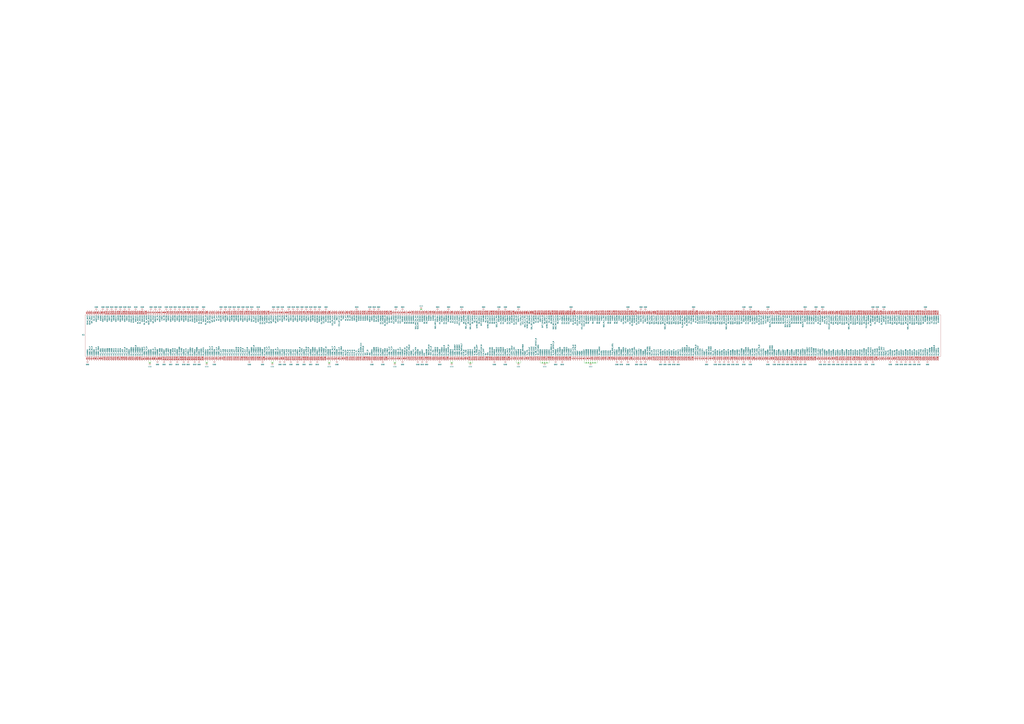
<source format=kicad_sch>
(kicad_sch (version 20211123) (generator eeschema)

  (uuid 8eea7483-42f3-4a35-8541-7f3f683463f6)

  (paper "A0")

  (title_block
    (title "PatekBoard - MPU")
    (date "2022-05-01")
    (rev "0.1")
    (company "Pátek - zájmový kroužek, z.s.")
  )

  

  (junction (at 685.8 421.64) (diameter 0) (color 0 0 0 0)
    (uuid 1ecb5455-fca0-4d59-9c33-ae2b95f0604b)
  )
  (junction (at 688.34 421.64) (diameter 0) (color 0 0 0 0)
    (uuid 254bd294-8b71-469e-bab2-1ec75529aaa7)
  )
  (junction (at 382.27 421.64) (diameter 0) (color 0 0 0 0)
    (uuid 2995e9b7-8c13-4c1a-8bc8-22441d2e231d)
  )
  (junction (at 635 421.64) (diameter 0) (color 0 0 0 0)
    (uuid 345c736e-1dce-44d1-b005-cf2e84936c05)
  )
  (junction (at 629.92 421.64) (diameter 0) (color 0 0 0 0)
    (uuid 3f9eb0bb-1a45-4f89-a47c-629c82b65690)
  )
  (junction (at 680.72 421.64) (diameter 0) (color 0 0 0 0)
    (uuid 4b671f07-6b04-49e5-83e4-3d7aca1859fa)
  )
  (junction (at 173.99 421.64) (diameter 0) (color 0 0 0 0)
    (uuid 53bd3dcf-7a08-41dd-8b06-6b103459afab)
  )
  (junction (at 546.1 421.64) (diameter 0) (color 0 0 0 0)
    (uuid 6e83b69a-5db4-4dad-8f84-715f7f46f457)
  )
  (junction (at 488.95 359.41) (diameter 0) (color 0 0 0 0)
    (uuid 6f1cb7ff-f455-4877-88ca-20400e585520)
  )
  (junction (at 690.88 421.64) (diameter 0) (color 0 0 0 0)
    (uuid 8981ed6b-173c-43e1-830f-1c938b081d9e)
  )
  (junction (at 524.51 421.64) (diameter 0) (color 0 0 0 0)
    (uuid 9aec27dd-065b-43ec-b717-1fbb5e4f6d1e)
  )
  (junction (at 601.98 421.64) (diameter 0) (color 0 0 0 0)
    (uuid a02da5d4-2c9b-4cef-9232-3ab16943b476)
  )
  (junction (at 458.47 421.64) (diameter 0) (color 0 0 0 0)
    (uuid ce591ebd-9057-4ef6-9e08-88697f90f266)
  )
  (junction (at 632.46 421.64) (diameter 0) (color 0 0 0 0)
    (uuid d2863878-c417-4b6b-8d50-26e42ce3cb8c)
  )
  (junction (at 683.26 421.64) (diameter 0) (color 0 0 0 0)
    (uuid d737739e-8efe-4bb2-8d26-58345d9f5fb8)
  )
  (junction (at 240.03 421.64) (diameter 0) (color 0 0 0 0)
    (uuid e09cfa57-005a-4c62-9f84-90bcea65919a)
  )
  (junction (at 316.23 421.64) (diameter 0) (color 0 0 0 0)
    (uuid e3eea7ca-d777-496e-b920-2596556fe23c)
  )

  (wire (pts (xy 172.72 421.64) (xy 173.99 421.64))
    (stroke (width 0) (type default) (color 0 0 0 0))
    (uuid 02320ff4-4a71-46a7-9efd-4de9d0d61a3c)
  )
  (wire (pts (xy 172.72 419.1) (xy 172.72 421.64))
    (stroke (width 0) (type default) (color 0 0 0 0))
    (uuid 0a6da94b-d488-41c6-ba14-65763d1b36b1)
  )
  (wire (pts (xy 317.5 421.64) (xy 316.23 421.64))
    (stroke (width 0) (type default) (color 0 0 0 0))
    (uuid 0bcf2fd2-436f-4e6d-a1e7-81554b514e06)
  )
  (wire (pts (xy 314.96 419.1) (xy 314.96 421.64))
    (stroke (width 0) (type default) (color 0 0 0 0))
    (uuid 0e82bc35-2209-4c49-aa68-76e84a2038a6)
  )
  (wire (pts (xy 546.1 419.1) (xy 546.1 421.64))
    (stroke (width 0) (type default) (color 0 0 0 0))
    (uuid 0f8b14a1-1475-4951-8c8c-eec4467fd9f1)
  )
  (wire (pts (xy 635 421.64) (xy 637.54 421.64))
    (stroke (width 0) (type default) (color 0 0 0 0))
    (uuid 0feec7e9-7b6b-4be6-be60-620bb85dadd7)
  )
  (wire (pts (xy 487.68 359.41) (xy 488.95 359.41))
    (stroke (width 0) (type default) (color 0 0 0 0))
    (uuid 15c556c9-8a9e-4115-aa99-f5187925c2d4)
  )
  (wire (pts (xy 317.5 419.1) (xy 317.5 421.64))
    (stroke (width 0) (type default) (color 0 0 0 0))
    (uuid 1dcdbd8d-ff1e-4974-bade-59f823c9a902)
  )
  (wire (pts (xy 690.88 421.64) (xy 693.42 421.64))
    (stroke (width 0) (type default) (color 0 0 0 0))
    (uuid 1f5952ba-9fb6-4fcd-b347-c166c011622d)
  )
  (wire (pts (xy 601.98 421.64) (xy 604.52 421.64))
    (stroke (width 0) (type default) (color 0 0 0 0))
    (uuid 1fa42c2c-32be-414a-80a6-f65ab1e9d1c7)
  )
  (wire (pts (xy 629.92 419.1) (xy 629.92 421.64))
    (stroke (width 0) (type default) (color 0 0 0 0))
    (uuid 23b252b2-77a0-49f1-8131-af1990e8edf3)
  )
  (wire (pts (xy 632.46 421.64) (xy 635 421.64))
    (stroke (width 0) (type default) (color 0 0 0 0))
    (uuid 2a44b3eb-d2a6-462a-9e10-8b82da72d4a7)
  )
  (wire (pts (xy 685.8 421.64) (xy 688.34 421.64))
    (stroke (width 0) (type default) (color 0 0 0 0))
    (uuid 307b9376-3582-4710-91bb-34b511890912)
  )
  (wire (pts (xy 241.3 419.1) (xy 241.3 421.64))
    (stroke (width 0) (type default) (color 0 0 0 0))
    (uuid 388e76f2-5c3c-476a-abdb-7bb570c386fb)
  )
  (wire (pts (xy 525.78 421.64) (xy 524.51 421.64))
    (stroke (width 0) (type default) (color 0 0 0 0))
    (uuid 3a3164e9-401a-4e50-bee1-a12717def846)
  )
  (wire (pts (xy 629.92 421.64) (xy 632.46 421.64))
    (stroke (width 0) (type default) (color 0 0 0 0))
    (uuid 40757d4e-0933-4fdc-bd6a-8e6fc7b5523f)
  )
  (wire (pts (xy 627.38 421.64) (xy 629.92 421.64))
    (stroke (width 0) (type default) (color 0 0 0 0))
    (uuid 494e5eb1-7f70-43f3-9605-bd716c371be9)
  )
  (wire (pts (xy 238.76 421.64) (xy 240.03 421.64))
    (stroke (width 0) (type default) (color 0 0 0 0))
    (uuid 4d2a5be0-a08d-4c6c-82bd-0d89093f9d70)
  )
  (wire (pts (xy 688.34 419.1) (xy 688.34 421.64))
    (stroke (width 0) (type default) (color 0 0 0 0))
    (uuid 503a787b-7c8c-4da2-9e50-6b7b67c11e3b)
  )
  (wire (pts (xy 637.54 419.1) (xy 637.54 421.64))
    (stroke (width 0) (type default) (color 0 0 0 0))
    (uuid 50d8e014-4c19-4cda-935a-b4563e033acd)
  )
  (wire (pts (xy 523.24 421.64) (xy 524.51 421.64))
    (stroke (width 0) (type default) (color 0 0 0 0))
    (uuid 514d8ee7-cdfe-4ab0-b680-3f971aa3a0be)
  )
  (wire (pts (xy 525.78 419.1) (xy 525.78 421.64))
    (stroke (width 0) (type default) (color 0 0 0 0))
    (uuid 53c3f9ae-2d25-48e4-83d8-cd0edbbeddcc)
  )
  (wire (pts (xy 690.88 419.1) (xy 690.88 421.64))
    (stroke (width 0) (type default) (color 0 0 0 0))
    (uuid 54a91355-a483-4762-82d3-383fb82f2790)
  )
  (wire (pts (xy 693.42 419.1) (xy 693.42 421.64))
    (stroke (width 0) (type default) (color 0 0 0 0))
    (uuid 56bec9b0-62b7-4987-b961-df7ca5c8d756)
  )
  (wire (pts (xy 601.98 419.1) (xy 601.98 421.64))
    (stroke (width 0) (type default) (color 0 0 0 0))
    (uuid 596572b1-f385-4f3a-8bca-7190f60a01ee)
  )
  (wire (pts (xy 490.22 359.41) (xy 488.95 359.41))
    (stroke (width 0) (type default) (color 0 0 0 0))
    (uuid 64b70785-7347-4340-978a-4b920ab4843f)
  )
  (wire (pts (xy 175.26 421.64) (xy 173.99 421.64))
    (stroke (width 0) (type default) (color 0 0 0 0))
    (uuid 6c4ba191-0037-4589-8079-fe5a02117bff)
  )
  (wire (pts (xy 175.26 419.1) (xy 175.26 421.64))
    (stroke (width 0) (type default) (color 0 0 0 0))
    (uuid 79726bce-5ee7-414b-9079-597ad61bb09f)
  )
  (wire (pts (xy 543.56 419.1) (xy 543.56 421.64))
    (stroke (width 0) (type default) (color 0 0 0 0))
    (uuid 7ab5703a-8e14-4286-806c-a4ccb6548a6d)
  )
  (wire (pts (xy 457.2 419.1) (xy 457.2 421.64))
    (stroke (width 0) (type default) (color 0 0 0 0))
    (uuid 80334192-c636-4abf-b6ec-50d509d4026d)
  )
  (wire (pts (xy 457.2 421.64) (xy 458.47 421.64))
    (stroke (width 0) (type default) (color 0 0 0 0))
    (uuid 8be7a883-3e3e-493d-8cf2-561e0f4851cd)
  )
  (wire (pts (xy 548.64 419.1) (xy 548.64 421.64))
    (stroke (width 0) (type default) (color 0 0 0 0))
    (uuid 8c679a2d-7639-4bad-af78-6e8df7d13ea6)
  )
  (wire (pts (xy 604.52 419.1) (xy 604.52 421.64))
    (stroke (width 0) (type default) (color 0 0 0 0))
    (uuid 9293fdb8-c524-434a-b747-a989290eec92)
  )
  (wire (pts (xy 487.68 360.68) (xy 487.68 359.41))
    (stroke (width 0) (type default) (color 0 0 0 0))
    (uuid 98108e54-707a-4220-b52f-d817d3b690bf)
  )
  (wire (pts (xy 683.26 421.64) (xy 685.8 421.64))
    (stroke (width 0) (type default) (color 0 0 0 0))
    (uuid 9e027e4b-5332-49b5-b3f8-f6f25e59e791)
  )
  (wire (pts (xy 548.64 421.64) (xy 546.1 421.64))
    (stroke (width 0) (type default) (color 0 0 0 0))
    (uuid a68714fd-d122-4fb1-9196-7ac7940eaddf)
  )
  (wire (pts (xy 680.72 421.64) (xy 683.26 421.64))
    (stroke (width 0) (type default) (color 0 0 0 0))
    (uuid abf6fca4-e2bd-48fe-8b86-5a8b468edd40)
  )
  (wire (pts (xy 635 419.1) (xy 635 421.64))
    (stroke (width 0) (type default) (color 0 0 0 0))
    (uuid ae4fed7d-9a3f-467a-a6b3-6a311f3d2af0)
  )
  (wire (pts (xy 543.56 421.64) (xy 546.1 421.64))
    (stroke (width 0) (type default) (color 0 0 0 0))
    (uuid b1d3c28e-5cb0-4a9c-b307-0e68c5955721)
  )
  (wire (pts (xy 678.18 421.64) (xy 680.72 421.64))
    (stroke (width 0) (type default) (color 0 0 0 0))
    (uuid b50b49d4-698a-4692-99bc-e7070316b6d2)
  )
  (wire (pts (xy 238.76 419.1) (xy 238.76 421.64))
    (stroke (width 0) (type default) (color 0 0 0 0))
    (uuid b8b92234-ebba-4b99-8d4f-41512f107b1a)
  )
  (wire (pts (xy 490.22 360.68) (xy 490.22 359.41))
    (stroke (width 0) (type default) (color 0 0 0 0))
    (uuid b9b29d5a-e4ee-4eb7-889d-692a6157ab25)
  )
  (wire (pts (xy 523.24 419.1) (xy 523.24 421.64))
    (stroke (width 0) (type default) (color 0 0 0 0))
    (uuid c0b931f9-8a67-4a50-a3e7-aa304a58784d)
  )
  (wire (pts (xy 381 419.1) (xy 381 421.64))
    (stroke (width 0) (type default) (color 0 0 0 0))
    (uuid c6696c09-7da3-40b5-bde1-f80992d24150)
  )
  (wire (pts (xy 459.74 421.64) (xy 458.47 421.64))
    (stroke (width 0) (type default) (color 0 0 0 0))
    (uuid c73e8b86-5e31-483c-ad67-103b02731e71)
  )
  (wire (pts (xy 627.38 419.1) (xy 627.38 421.64))
    (stroke (width 0) (type default) (color 0 0 0 0))
    (uuid c84dd9de-c927-4d7d-8ec2-8c2856fe9a57)
  )
  (wire (pts (xy 688.34 421.64) (xy 690.88 421.64))
    (stroke (width 0) (type default) (color 0 0 0 0))
    (uuid c8af18d6-7924-48a8-9363-cc085538cc6a)
  )
  (wire (pts (xy 680.72 419.1) (xy 680.72 421.64))
    (stroke (width 0) (type default) (color 0 0 0 0))
    (uuid c9544b4a-17a6-41df-8983-7a68804857e1)
  )
  (wire (pts (xy 599.44 421.64) (xy 601.98 421.64))
    (stroke (width 0) (type default) (color 0 0 0 0))
    (uuid ce5bf97e-ca22-4882-9710-035f3c6e5dcf)
  )
  (wire (pts (xy 685.8 419.1) (xy 685.8 421.64))
    (stroke (width 0) (type default) (color 0 0 0 0))
    (uuid dbbf88a7-5273-481c-9e85-8473c96ac27e)
  )
  (wire (pts (xy 599.44 419.1) (xy 599.44 421.64))
    (stroke (width 0) (type default) (color 0 0 0 0))
    (uuid dc0213f5-5f37-488a-88f8-907fe7a542bd)
  )
  (wire (pts (xy 678.18 419.1) (xy 678.18 421.64))
    (stroke (width 0) (type default) (color 0 0 0 0))
    (uuid e29fde4e-c031-4d72-b324-1387a2c598c5)
  )
  (wire (pts (xy 459.74 419.1) (xy 459.74 421.64))
    (stroke (width 0) (type default) (color 0 0 0 0))
    (uuid e93d8952-c6de-407d-a898-081aeb18d475)
  )
  (wire (pts (xy 632.46 419.1) (xy 632.46 421.64))
    (stroke (width 0) (type default) (color 0 0 0 0))
    (uuid eae94845-7b37-4d76-9c7b-86f594f1be80)
  )
  (wire (pts (xy 314.96 421.64) (xy 316.23 421.64))
    (stroke (width 0) (type default) (color 0 0 0 0))
    (uuid ed127f34-1dc5-4b5a-982e-2534480885ac)
  )
  (wire (pts (xy 383.54 421.64) (xy 382.27 421.64))
    (stroke (width 0) (type default) (color 0 0 0 0))
    (uuid f0b379cb-c3cf-40a8-9296-bacd301ac060)
  )
  (wire (pts (xy 241.3 421.64) (xy 240.03 421.64))
    (stroke (width 0) (type default) (color 0 0 0 0))
    (uuid f4234d4d-0685-42ef-9578-91c9044cf481)
  )
  (wire (pts (xy 683.26 419.1) (xy 683.26 421.64))
    (stroke (width 0) (type default) (color 0 0 0 0))
    (uuid fa94aab4-97f3-4181-bd9b-e2fd6cf3b4e9)
  )
  (wire (pts (xy 381 421.64) (xy 382.27 421.64))
    (stroke (width 0) (type default) (color 0 0 0 0))
    (uuid fb69afac-5c4c-4d6d-9623-01c539ee9b0e)
  )
  (wire (pts (xy 383.54 419.1) (xy 383.54 421.64))
    (stroke (width 0) (type default) (color 0 0 0 0))
    (uuid fd0dab3d-e1cc-48d5-aae8-897070494dfb)
  )

  (symbol (lib_id "power:GND") (at 728.98 360.68 180) (unit 1)
    (in_bom yes) (on_board yes)
    (uuid 013c0d1d-783a-4696-8874-d1ef1d040a45)
    (property "Reference" "#PWR?" (id 0) (at 728.98 354.33 0)
      (effects (font (size 1.27 1.27)) hide)
    )
    (property "Value" "GND" (id 1) (at 727.075 356.87 0)
      (effects (font (size 1.27 1.27)) (justify right))
    )
    (property "Footprint" "" (id 2) (at 728.98 360.68 0)
      (effects (font (size 1.27 1.27)) hide)
    )
    (property "Datasheet" "" (id 3) (at 728.98 360.68 0)
      (effects (font (size 1.27 1.27)) hide)
    )
    (pin "1" (uuid 87451882-335d-46f8-b121-560b21d30e8d))
  )

  (symbol (lib_id "power:GND") (at 510.54 419.1 0) (unit 1)
    (in_bom yes) (on_board yes) (fields_autoplaced)
    (uuid 0238e3e2-a101-4238-b10c-b79e2006332b)
    (property "Reference" "#PWR?" (id 0) (at 510.54 425.45 0)
      (effects (font (size 1.27 1.27)) hide)
    )
    (property "Value" "GND" (id 1) (at 510.54 423.5434 0))
    (property "Footprint" "" (id 2) (at 510.54 419.1 0)
      (effects (font (size 1.27 1.27)) hide)
    )
    (property "Datasheet" "" (id 3) (at 510.54 419.1 0)
      (effects (font (size 1.27 1.27)) hide)
    )
    (pin "1" (uuid 9519ebeb-f46c-4fd2-8669-033adbbcb0dc))
  )

  (symbol (lib_id "power:GND") (at 261.62 360.68 180) (unit 1)
    (in_bom yes) (on_board yes)
    (uuid 03931569-246f-4c94-ab24-443d8fe17d35)
    (property "Reference" "#PWR?" (id 0) (at 261.62 354.33 0)
      (effects (font (size 1.27 1.27)) hide)
    )
    (property "Value" "GND" (id 1) (at 259.715 356.87 0)
      (effects (font (size 1.27 1.27)) (justify right))
    )
    (property "Footprint" "" (id 2) (at 261.62 360.68 0)
      (effects (font (size 1.27 1.27)) hide)
    )
    (property "Datasheet" "" (id 3) (at 261.62 360.68 0)
      (effects (font (size 1.27 1.27)) hide)
    )
    (pin "1" (uuid ffb29b9d-980d-46c1-b6a5-3a89316415ef))
  )

  (symbol (lib_id "power:GND") (at 434.34 360.68 180) (unit 1)
    (in_bom yes) (on_board yes)
    (uuid 03dc8c4a-9224-4aa9-a36e-630b74ea0583)
    (property "Reference" "#PWR?" (id 0) (at 434.34 354.33 0)
      (effects (font (size 1.27 1.27)) hide)
    )
    (property "Value" "GND" (id 1) (at 432.435 356.87 0)
      (effects (font (size 1.27 1.27)) (justify right))
    )
    (property "Footprint" "" (id 2) (at 434.34 360.68 0)
      (effects (font (size 1.27 1.27)) hide)
    )
    (property "Datasheet" "" (id 3) (at 434.34 360.68 0)
      (effects (font (size 1.27 1.27)) hide)
    )
    (pin "1" (uuid c44c8a00-b685-4a50-a200-09cc242997c1))
  )

  (symbol (lib_id "power:GND") (at 490.22 419.1 0) (unit 1)
    (in_bom yes) (on_board yes) (fields_autoplaced)
    (uuid 052f04e3-c332-4850-8744-142fb71ada64)
    (property "Reference" "#PWR?" (id 0) (at 490.22 425.45 0)
      (effects (font (size 1.27 1.27)) hide)
    )
    (property "Value" "GND" (id 1) (at 490.22 423.5434 0))
    (property "Footprint" "" (id 2) (at 490.22 419.1 0)
      (effects (font (size 1.27 1.27)) hide)
    )
    (property "Datasheet" "" (id 3) (at 490.22 419.1 0)
      (effects (font (size 1.27 1.27)) hide)
    )
    (pin "1" (uuid d6879a5d-78e7-49dd-9396-defa1f38f1e3))
  )

  (symbol (lib_id "power:GND") (at 316.23 421.64 0) (unit 1)
    (in_bom yes) (on_board yes) (fields_autoplaced)
    (uuid 07a82b14-c7d2-4766-a938-53153087e430)
    (property "Reference" "#PWR?" (id 0) (at 316.23 427.99 0)
      (effects (font (size 1.27 1.27)) hide)
    )
    (property "Value" "GND" (id 1) (at 316.23 426.0834 0))
    (property "Footprint" "" (id 2) (at 316.23 421.64 0)
      (effects (font (size 1.27 1.27)) hide)
    )
    (property "Datasheet" "" (id 3) (at 316.23 421.64 0)
      (effects (font (size 1.27 1.27)) hide)
    )
    (pin "1" (uuid e5025ca7-3c8a-4695-9336-bb59672f9d4c))
  )

  (symbol (lib_id "power:GND") (at 955.04 360.68 180) (unit 1)
    (in_bom yes) (on_board yes)
    (uuid 08c7c131-62ff-486f-bc50-8e45fd4a589c)
    (property "Reference" "#PWR?" (id 0) (at 955.04 354.33 0)
      (effects (font (size 1.27 1.27)) hide)
    )
    (property "Value" "GND" (id 1) (at 953.135 356.87 0)
      (effects (font (size 1.27 1.27)) (justify right))
    )
    (property "Footprint" "" (id 2) (at 955.04 360.68 0)
      (effects (font (size 1.27 1.27)) hide)
    )
    (property "Datasheet" "" (id 3) (at 955.04 360.68 0)
      (effects (font (size 1.27 1.27)) hide)
    )
    (pin "1" (uuid a28cd39e-5619-42fc-8460-5ff64613ef4b))
  )

  (symbol (lib_id "power:GND") (at 218.44 419.1 0) (unit 1)
    (in_bom yes) (on_board yes) (fields_autoplaced)
    (uuid 08f08e25-e112-4a7c-b44d-e90a5bff289a)
    (property "Reference" "#PWR?" (id 0) (at 218.44 425.45 0)
      (effects (font (size 1.27 1.27)) hide)
    )
    (property "Value" "GND" (id 1) (at 218.44 423.5434 0))
    (property "Footprint" "" (id 2) (at 218.44 419.1 0)
      (effects (font (size 1.27 1.27)) hide)
    )
    (property "Datasheet" "" (id 3) (at 218.44 419.1 0)
      (effects (font (size 1.27 1.27)) hide)
    )
    (pin "1" (uuid 5a6e08ec-a1f4-47b5-b378-8588f60b9bd4))
  )

  (symbol (lib_id "power:GND") (at 485.14 419.1 0) (unit 1)
    (in_bom yes) (on_board yes) (fields_autoplaced)
    (uuid 105f21cd-dd87-4c90-94f5-91478359ec3a)
    (property "Reference" "#PWR?" (id 0) (at 485.14 425.45 0)
      (effects (font (size 1.27 1.27)) hide)
    )
    (property "Value" "GND" (id 1) (at 485.14 423.5434 0))
    (property "Footprint" "" (id 2) (at 485.14 419.1 0)
      (effects (font (size 1.27 1.27)) hide)
    )
    (property "Datasheet" "" (id 3) (at 485.14 419.1 0)
      (effects (font (size 1.27 1.27)) hide)
    )
    (pin "1" (uuid 4bbe1968-289b-47f0-af8d-d02f06d3dfec))
  )

  (symbol (lib_id "power:GND") (at 414.02 360.68 180) (unit 1)
    (in_bom yes) (on_board yes)
    (uuid 10b722bf-4e6d-442c-9457-e8a17f7fedcd)
    (property "Reference" "#PWR?" (id 0) (at 414.02 354.33 0)
      (effects (font (size 1.27 1.27)) hide)
    )
    (property "Value" "GND" (id 1) (at 412.115 356.87 0)
      (effects (font (size 1.27 1.27)) (justify right))
    )
    (property "Footprint" "" (id 2) (at 414.02 360.68 0)
      (effects (font (size 1.27 1.27)) hide)
    )
    (property "Datasheet" "" (id 3) (at 414.02 360.68 0)
      (effects (font (size 1.27 1.27)) hide)
    )
    (pin "1" (uuid 1a249806-cb1e-43d3-bfd9-0aec9a0adfa0))
  )

  (symbol (lib_id "power:GND") (at 767.08 419.1 0) (unit 1)
    (in_bom yes) (on_board yes) (fields_autoplaced)
    (uuid 15ca5a88-9b74-4588-9e48-3c6513ec18be)
    (property "Reference" "#PWR?" (id 0) (at 767.08 425.45 0)
      (effects (font (size 1.27 1.27)) hide)
    )
    (property "Value" "GND" (id 1) (at 767.08 423.5434 0))
    (property "Footprint" "" (id 2) (at 767.08 419.1 0)
      (effects (font (size 1.27 1.27)) hide)
    )
    (property "Datasheet" "" (id 3) (at 767.08 419.1 0)
      (effects (font (size 1.27 1.27)) hide)
    )
    (pin "1" (uuid 935c68bd-dcc2-4d03-9701-8046a2f88bf2))
  )

  (symbol (lib_id "power:GND") (at 287.02 360.68 180) (unit 1)
    (in_bom yes) (on_board yes)
    (uuid 1a6d8083-40b3-4e0d-9013-3b21d7374984)
    (property "Reference" "#PWR?" (id 0) (at 287.02 354.33 0)
      (effects (font (size 1.27 1.27)) hide)
    )
    (property "Value" "GND" (id 1) (at 285.115 356.87 0)
      (effects (font (size 1.27 1.27)) (justify right))
    )
    (property "Footprint" "" (id 2) (at 287.02 360.68 0)
      (effects (font (size 1.27 1.27)) hide)
    )
    (property "Datasheet" "" (id 3) (at 287.02 360.68 0)
      (effects (font (size 1.27 1.27)) hide)
    )
    (pin "1" (uuid 9598d7f8-9484-4a80-b9c5-f4ae83d01721))
  )

  (symbol (lib_id "power:GND") (at 749.3 419.1 0) (unit 1)
    (in_bom yes) (on_board yes) (fields_autoplaced)
    (uuid 1b865d7a-78c2-48d1-9c07-0db1cad675a5)
    (property "Reference" "#PWR?" (id 0) (at 749.3 425.45 0)
      (effects (font (size 1.27 1.27)) hide)
    )
    (property "Value" "GND" (id 1) (at 749.3 423.5434 0))
    (property "Footprint" "" (id 2) (at 749.3 419.1 0)
      (effects (font (size 1.27 1.27)) hide)
    )
    (property "Datasheet" "" (id 3) (at 749.3 419.1 0)
      (effects (font (size 1.27 1.27)) hide)
    )
    (pin "1" (uuid 4d5459ac-931f-41dd-bc5a-702d44cb5064))
  )

  (symbol (lib_id "power:GND") (at 632.46 421.64 0) (unit 1)
    (in_bom yes) (on_board yes) (fields_autoplaced)
    (uuid 1fe67826-42e6-4111-8f29-46bac28e8edd)
    (property "Reference" "#PWR?" (id 0) (at 632.46 427.99 0)
      (effects (font (size 1.27 1.27)) hide)
    )
    (property "Value" "GND" (id 1) (at 632.46 426.0834 0))
    (property "Footprint" "" (id 2) (at 632.46 421.64 0)
      (effects (font (size 1.27 1.27)) hide)
    )
    (property "Datasheet" "" (id 3) (at 632.46 421.64 0)
      (effects (font (size 1.27 1.27)) hide)
    )
    (pin "1" (uuid 6bed5b63-bee1-4788-888d-9da4423c6ffb))
  )

  (symbol (lib_id "power:GND") (at 193.04 360.68 180) (unit 1)
    (in_bom yes) (on_board yes)
    (uuid 22239500-eaf7-4281-9d0f-677f79d64284)
    (property "Reference" "#PWR?" (id 0) (at 193.04 354.33 0)
      (effects (font (size 1.27 1.27)) hide)
    )
    (property "Value" "GND" (id 1) (at 191.135 356.87 0)
      (effects (font (size 1.27 1.27)) (justify right))
    )
    (property "Footprint" "" (id 2) (at 193.04 360.68 0)
      (effects (font (size 1.27 1.27)) hide)
    )
    (property "Datasheet" "" (id 3) (at 193.04 360.68 0)
      (effects (font (size 1.27 1.27)) hide)
    )
    (pin "1" (uuid dabe79f4-6dce-41f1-ab08-15d2c8181d30))
  )

  (symbol (lib_id "power:GND") (at 914.4 419.1 0) (unit 1)
    (in_bom yes) (on_board yes) (fields_autoplaced)
    (uuid 22648175-eab8-4d5b-ae19-ce099c8575be)
    (property "Reference" "#PWR?" (id 0) (at 914.4 425.45 0)
      (effects (font (size 1.27 1.27)) hide)
    )
    (property "Value" "GND" (id 1) (at 914.4 423.5434 0))
    (property "Footprint" "" (id 2) (at 914.4 419.1 0)
      (effects (font (size 1.27 1.27)) hide)
    )
    (property "Datasheet" "" (id 3) (at 914.4 419.1 0)
      (effects (font (size 1.27 1.27)) hide)
    )
    (pin "1" (uuid c9137e40-9971-4535-b397-bd38da69592a))
  )

  (symbol (lib_id "power:GND") (at 119.38 360.68 180) (unit 1)
    (in_bom yes) (on_board yes)
    (uuid 23658ccf-89ef-4ffb-938e-773654ef1e71)
    (property "Reference" "#PWR?" (id 0) (at 119.38 354.33 0)
      (effects (font (size 1.27 1.27)) hide)
    )
    (property "Value" "GND" (id 1) (at 117.475 356.87 0)
      (effects (font (size 1.27 1.27)) (justify right))
    )
    (property "Footprint" "" (id 2) (at 119.38 360.68 0)
      (effects (font (size 1.27 1.27)) hide)
    )
    (property "Datasheet" "" (id 3) (at 119.38 360.68 0)
      (effects (font (size 1.27 1.27)) hide)
    )
    (pin "1" (uuid f3fa37b4-165c-4acd-96d1-9d604d34b574))
  )

  (symbol (lib_id "power:GND") (at 924.56 419.1 0) (unit 1)
    (in_bom yes) (on_board yes) (fields_autoplaced)
    (uuid 246df133-cff5-446b-afc3-c25b8d3025f3)
    (property "Reference" "#PWR?" (id 0) (at 924.56 425.45 0)
      (effects (font (size 1.27 1.27)) hide)
    )
    (property "Value" "GND" (id 1) (at 924.56 423.5434 0))
    (property "Footprint" "" (id 2) (at 924.56 419.1 0)
      (effects (font (size 1.27 1.27)) hide)
    )
    (property "Datasheet" "" (id 3) (at 924.56 419.1 0)
      (effects (font (size 1.27 1.27)) hide)
    )
    (pin "1" (uuid f262d076-688a-4e24-9b94-4edc5f23f74e))
  )

  (symbol (lib_id "power:GND") (at 863.6 419.1 0) (unit 1)
    (in_bom yes) (on_board yes) (fields_autoplaced)
    (uuid 24954b9a-addd-40d3-9eb9-c37c412a06ac)
    (property "Reference" "#PWR?" (id 0) (at 863.6 425.45 0)
      (effects (font (size 1.27 1.27)) hide)
    )
    (property "Value" "GND" (id 1) (at 863.6 423.5434 0))
    (property "Footprint" "" (id 2) (at 863.6 419.1 0)
      (effects (font (size 1.27 1.27)) hide)
    )
    (property "Datasheet" "" (id 3) (at 863.6 419.1 0)
      (effects (font (size 1.27 1.27)) hide)
    )
    (pin "1" (uuid 6c60af2b-6bfd-41df-b717-1bbe5cef3859))
  )

  (symbol (lib_id "power:GND") (at 855.98 419.1 0) (unit 1)
    (in_bom yes) (on_board yes) (fields_autoplaced)
    (uuid 260d7b82-32e1-4e58-8e06-ec2435244435)
    (property "Reference" "#PWR?" (id 0) (at 855.98 425.45 0)
      (effects (font (size 1.27 1.27)) hide)
    )
    (property "Value" "GND" (id 1) (at 855.98 423.5434 0))
    (property "Footprint" "" (id 2) (at 855.98 419.1 0)
      (effects (font (size 1.27 1.27)) hide)
    )
    (property "Datasheet" "" (id 3) (at 855.98 419.1 0)
      (effects (font (size 1.27 1.27)) hide)
    )
    (pin "1" (uuid 3b9b046c-ab99-470a-9acf-57d274889857))
  )

  (symbol (lib_id "power:GND") (at 124.46 360.68 180) (unit 1)
    (in_bom yes) (on_board yes)
    (uuid 26692829-8b71-42f5-bc72-a20d1b40fa29)
    (property "Reference" "#PWR?" (id 0) (at 124.46 354.33 0)
      (effects (font (size 1.27 1.27)) hide)
    )
    (property "Value" "GND" (id 1) (at 122.555 356.87 0)
      (effects (font (size 1.27 1.27)) (justify right))
    )
    (property "Footprint" "" (id 2) (at 124.46 360.68 0)
      (effects (font (size 1.27 1.27)) hide)
    )
    (property "Datasheet" "" (id 3) (at 124.46 360.68 0)
      (effects (font (size 1.27 1.27)) hide)
    )
    (pin "1" (uuid fa3fcd86-ac2b-48da-a98d-f55e6fac3176))
  )

  (symbol (lib_id "power:GND") (at 977.9 419.1 0) (unit 1)
    (in_bom yes) (on_board yes) (fields_autoplaced)
    (uuid 2b541eeb-939a-44db-8b60-49520f4137d9)
    (property "Reference" "#PWR?" (id 0) (at 977.9 425.45 0)
      (effects (font (size 1.27 1.27)) hide)
    )
    (property "Value" "GND" (id 1) (at 977.9 423.5434 0))
    (property "Footprint" "" (id 2) (at 977.9 419.1 0)
      (effects (font (size 1.27 1.27)) hide)
    )
    (property "Datasheet" "" (id 3) (at 977.9 419.1 0)
      (effects (font (size 1.27 1.27)) hide)
    )
    (pin "1" (uuid f86f063d-b21e-4b92-9882-1a0e7a04516c))
  )

  (symbol (lib_id "power:GND") (at 289.56 419.1 0) (unit 1)
    (in_bom yes) (on_board yes) (fields_autoplaced)
    (uuid 2cd51254-5116-4e8a-9a91-6092d4b711a6)
    (property "Reference" "#PWR?" (id 0) (at 289.56 425.45 0)
      (effects (font (size 1.27 1.27)) hide)
    )
    (property "Value" "GND" (id 1) (at 289.56 423.5434 0))
    (property "Footprint" "" (id 2) (at 289.56 419.1 0)
      (effects (font (size 1.27 1.27)) hide)
    )
    (property "Datasheet" "" (id 3) (at 289.56 419.1 0)
      (effects (font (size 1.27 1.27)) hide)
    )
    (pin "1" (uuid 02ec792d-e69b-46a4-ae0b-955fe4aeff8b))
  )

  (symbol (lib_id "power:GND") (at 947.42 360.68 180) (unit 1)
    (in_bom yes) (on_board yes)
    (uuid 2d014d4a-89d7-46e6-9125-52a699eb6d84)
    (property "Reference" "#PWR?" (id 0) (at 947.42 354.33 0)
      (effects (font (size 1.27 1.27)) hide)
    )
    (property "Value" "GND" (id 1) (at 945.515 356.87 0)
      (effects (font (size 1.27 1.27)) (justify right))
    )
    (property "Footprint" "" (id 2) (at 947.42 360.68 0)
      (effects (font (size 1.27 1.27)) hide)
    )
    (property "Datasheet" "" (id 3) (at 947.42 360.68 0)
      (effects (font (size 1.27 1.27)) hide)
    )
    (pin "1" (uuid 666c6de0-0bbf-49a3-8fad-1c968fe85e63))
  )

  (symbol (lib_id "power:GND") (at 601.98 360.68 180) (unit 1)
    (in_bom yes) (on_board yes)
    (uuid 2fa1b389-3807-42a7-a76f-5c2d2500d7ba)
    (property "Reference" "#PWR?" (id 0) (at 601.98 354.33 0)
      (effects (font (size 1.27 1.27)) hide)
    )
    (property "Value" "GND" (id 1) (at 600.075 356.87 0)
      (effects (font (size 1.27 1.27)) (justify right))
    )
    (property "Footprint" "" (id 2) (at 601.98 360.68 0)
      (effects (font (size 1.27 1.27)) hide)
    )
    (property "Datasheet" "" (id 3) (at 601.98 360.68 0)
      (effects (font (size 1.27 1.27)) hide)
    )
    (pin "1" (uuid ea362af3-d8f6-4700-9349-0f64deb80bc1))
  )

  (symbol (lib_id "power:GND") (at 226.06 419.1 0) (unit 1)
    (in_bom yes) (on_board yes) (fields_autoplaced)
    (uuid 3127d678-0ae6-40fd-a985-ad1cc18c26c3)
    (property "Reference" "#PWR?" (id 0) (at 226.06 425.45 0)
      (effects (font (size 1.27 1.27)) hide)
    )
    (property "Value" "GND" (id 1) (at 226.06 423.5434 0))
    (property "Footprint" "" (id 2) (at 226.06 419.1 0)
      (effects (font (size 1.27 1.27)) hide)
    )
    (property "Datasheet" "" (id 3) (at 226.06 419.1 0)
      (effects (font (size 1.27 1.27)) hide)
    )
    (pin "1" (uuid a6dbf82f-8907-4409-b757-8d6f460c09e6))
  )

  (symbol (lib_id "power:GND") (at 292.1 360.68 180) (unit 1)
    (in_bom yes) (on_board yes)
    (uuid 332e388c-bd52-43ac-a5f4-69087a50ebc7)
    (property "Reference" "#PWR?" (id 0) (at 292.1 354.33 0)
      (effects (font (size 1.27 1.27)) hide)
    )
    (property "Value" "GND" (id 1) (at 290.195 356.87 0)
      (effects (font (size 1.27 1.27)) (justify right))
    )
    (property "Footprint" "" (id 2) (at 292.1 360.68 0)
      (effects (font (size 1.27 1.27)) hide)
    )
    (property "Datasheet" "" (id 3) (at 292.1 360.68 0)
      (effects (font (size 1.27 1.27)) hide)
    )
    (pin "1" (uuid f3aaeb2e-a725-4151-ac6e-5e18e02b6b76))
  )

  (symbol (lib_id "power:GND") (at 830.58 419.1 0) (unit 1)
    (in_bom yes) (on_board yes) (fields_autoplaced)
    (uuid 35683e01-2347-465c-b60f-ed1a3cb14faf)
    (property "Reference" "#PWR?" (id 0) (at 830.58 425.45 0)
      (effects (font (size 1.27 1.27)) hide)
    )
    (property "Value" "GND" (id 1) (at 830.58 423.5434 0))
    (property "Footprint" "" (id 2) (at 830.58 419.1 0)
      (effects (font (size 1.27 1.27)) hide)
    )
    (property "Datasheet" "" (id 3) (at 830.58 419.1 0)
      (effects (font (size 1.27 1.27)) hide)
    )
    (pin "1" (uuid aca96fc5-1077-48b7-9625-0204e207ed25))
  )

  (symbol (lib_id "power:GND") (at 988.06 419.1 0) (unit 1)
    (in_bom yes) (on_board yes) (fields_autoplaced)
    (uuid 39b7e507-bc91-49d2-8858-a0dda17ad1be)
    (property "Reference" "#PWR?" (id 0) (at 988.06 425.45 0)
      (effects (font (size 1.27 1.27)) hide)
    )
    (property "Value" "GND" (id 1) (at 988.06 423.5434 0))
    (property "Footprint" "" (id 2) (at 988.06 419.1 0)
      (effects (font (size 1.27 1.27)) hide)
    )
    (property "Datasheet" "" (id 3) (at 988.06 419.1 0)
      (effects (font (size 1.27 1.27)) hide)
    )
    (pin "1" (uuid caddb8b1-ce28-410f-a93a-855ab7348dba))
  )

  (symbol (lib_id "power:GND") (at 919.48 419.1 0) (unit 1)
    (in_bom yes) (on_board yes) (fields_autoplaced)
    (uuid 3a83d895-cb81-43b2-abfd-0c7670209b66)
    (property "Reference" "#PWR?" (id 0) (at 919.48 425.45 0)
      (effects (font (size 1.27 1.27)) hide)
    )
    (property "Value" "GND" (id 1) (at 919.48 423.5434 0))
    (property "Footprint" "" (id 2) (at 919.48 419.1 0)
      (effects (font (size 1.27 1.27)) hide)
    )
    (property "Datasheet" "" (id 3) (at 919.48 419.1 0)
      (effects (font (size 1.27 1.27)) hide)
    )
    (pin "1" (uuid f331e63e-695f-4678-98ac-55b269be62ba))
  )

  (symbol (lib_id "power:GND") (at 101.6 419.1 0) (unit 1)
    (in_bom yes) (on_board yes) (fields_autoplaced)
    (uuid 3b4005a7-f036-4898-94f8-224279b5fa01)
    (property "Reference" "#PWR?" (id 0) (at 101.6 425.45 0)
      (effects (font (size 1.27 1.27)) hide)
    )
    (property "Value" "" (id 1) (at 101.6 423.5434 0))
    (property "Footprint" "" (id 2) (at 101.6 419.1 0)
      (effects (font (size 1.27 1.27)) hide)
    )
    (property "Datasheet" "" (id 3) (at 101.6 419.1 0)
      (effects (font (size 1.27 1.27)) hide)
    )
    (pin "1" (uuid de985fae-27ca-40a8-a777-c40d4ccab0b1))
  )

  (symbol (lib_id "power:GND") (at 782.32 419.1 0) (unit 1)
    (in_bom yes) (on_board yes) (fields_autoplaced)
    (uuid 3b4dae7c-f2aa-42e4-a2fc-410c17dd9b71)
    (property "Reference" "#PWR?" (id 0) (at 782.32 425.45 0)
      (effects (font (size 1.27 1.27)) hide)
    )
    (property "Value" "GND" (id 1) (at 782.32 423.5434 0))
    (property "Footprint" "" (id 2) (at 782.32 419.1 0)
      (effects (font (size 1.27 1.27)) hide)
    )
    (property "Datasheet" "" (id 3) (at 782.32 419.1 0)
      (effects (font (size 1.27 1.27)) hide)
    )
    (pin "1" (uuid 95b2e0fc-85f6-49e0-9cf1-d2bd1df73c3f))
  )

  (symbol (lib_id "power:GND") (at 520.7 360.68 180) (unit 1)
    (in_bom yes) (on_board yes)
    (uuid 3b832c78-5d89-48d7-be8b-a6cb0be8bda4)
    (property "Reference" "#PWR?" (id 0) (at 520.7 354.33 0)
      (effects (font (size 1.27 1.27)) hide)
    )
    (property "Value" "GND" (id 1) (at 518.795 356.87 0)
      (effects (font (size 1.27 1.27)) (justify right))
    )
    (property "Footprint" "" (id 2) (at 520.7 360.68 0)
      (effects (font (size 1.27 1.27)) hide)
    )
    (property "Datasheet" "" (id 3) (at 520.7 360.68 0)
      (effects (font (size 1.27 1.27)) hide)
    )
    (pin "1" (uuid 83a3ad78-e386-4e27-9401-babe00abf0ec))
  )

  (symbol (lib_id "power:GND") (at 863.6 360.68 180) (unit 1)
    (in_bom yes) (on_board yes)
    (uuid 3d245244-f6c9-4766-af7a-923a0f0cd439)
    (property "Reference" "#PWR?" (id 0) (at 863.6 354.33 0)
      (effects (font (size 1.27 1.27)) hide)
    )
    (property "Value" "GND" (id 1) (at 861.695 356.87 0)
      (effects (font (size 1.27 1.27)) (justify right))
    )
    (property "Footprint" "" (id 2) (at 863.6 360.68 0)
      (effects (font (size 1.27 1.27)) hide)
    )
    (property "Datasheet" "" (id 3) (at 863.6 360.68 0)
      (effects (font (size 1.27 1.27)) hide)
    )
    (pin "1" (uuid 00613d9f-866a-4e15-b6cf-f86ca79b0a18))
  )

  (symbol (lib_id "power:GND") (at 327.66 360.68 180) (unit 1)
    (in_bom yes) (on_board yes)
    (uuid 3fd17222-6e8e-4738-8f04-1e167e4050aa)
    (property "Reference" "#PWR?" (id 0) (at 327.66 354.33 0)
      (effects (font (size 1.27 1.27)) hide)
    )
    (property "Value" "GND" (id 1) (at 325.755 356.87 0)
      (effects (font (size 1.27 1.27)) (justify right))
    )
    (property "Footprint" "" (id 2) (at 327.66 360.68 0)
      (effects (font (size 1.27 1.27)) hide)
    )
    (property "Datasheet" "" (id 3) (at 327.66 360.68 0)
      (effects (font (size 1.27 1.27)) hide)
    )
    (pin "1" (uuid 6ec50e9b-3bbb-4b09-aa58-bcbbfbedd82d))
  )

  (symbol (lib_id "power:GND") (at 231.14 419.1 0) (unit 1)
    (in_bom yes) (on_board yes) (fields_autoplaced)
    (uuid 409eb7b4-c288-469f-8156-8042fd641d30)
    (property "Reference" "#PWR?" (id 0) (at 231.14 425.45 0)
      (effects (font (size 1.27 1.27)) hide)
    )
    (property "Value" "GND" (id 1) (at 231.14 423.5434 0))
    (property "Footprint" "" (id 2) (at 231.14 419.1 0)
      (effects (font (size 1.27 1.27)) hide)
    )
    (property "Datasheet" "" (id 3) (at 231.14 419.1 0)
      (effects (font (size 1.27 1.27)) hide)
    )
    (pin "1" (uuid 07a91227-fde2-409f-b350-f7389429002e))
  )

  (symbol (lib_id "power:GND") (at 360.68 419.1 0) (unit 1)
    (in_bom yes) (on_board yes) (fields_autoplaced)
    (uuid 42193c60-2f39-4ed8-b9ca-c5be1c78d20d)
    (property "Reference" "#PWR?" (id 0) (at 360.68 425.45 0)
      (effects (font (size 1.27 1.27)) hide)
    )
    (property "Value" "GND" (id 1) (at 360.68 423.5434 0))
    (property "Footprint" "" (id 2) (at 360.68 419.1 0)
      (effects (font (size 1.27 1.27)) hide)
    )
    (property "Datasheet" "" (id 3) (at 360.68 419.1 0)
      (effects (font (size 1.27 1.27)) hide)
    )
    (pin "1" (uuid 79e4373c-f05e-4202-9b00-5e953da8dde7))
  )

  (symbol (lib_id "power:GND") (at 871.22 360.68 180) (unit 1)
    (in_bom yes) (on_board yes)
    (uuid 42785fe4-6dca-4973-a24a-590578d90dc8)
    (property "Reference" "#PWR?" (id 0) (at 871.22 354.33 0)
      (effects (font (size 1.27 1.27)) hide)
    )
    (property "Value" "GND" (id 1) (at 869.315 356.87 0)
      (effects (font (size 1.27 1.27)) (justify right))
    )
    (property "Footprint" "" (id 2) (at 871.22 360.68 0)
      (effects (font (size 1.27 1.27)) hide)
    )
    (property "Datasheet" "" (id 3) (at 871.22 360.68 0)
      (effects (font (size 1.27 1.27)) hide)
    )
    (pin "1" (uuid 83270110-6d08-4467-8dac-e9f14a89fa75))
  )

  (symbol (lib_id "power:GND") (at 213.36 419.1 0) (unit 1)
    (in_bom yes) (on_board yes) (fields_autoplaced)
    (uuid 44c4619e-ef50-4c00-aed2-54e969bd0c35)
    (property "Reference" "#PWR?" (id 0) (at 213.36 425.45 0)
      (effects (font (size 1.27 1.27)) hide)
    )
    (property "Value" "GND" (id 1) (at 213.36 423.5434 0))
    (property "Footprint" "" (id 2) (at 213.36 419.1 0)
      (effects (font (size 1.27 1.27)) hide)
    )
    (property "Datasheet" "" (id 3) (at 213.36 419.1 0)
      (effects (font (size 1.27 1.27)) hide)
    )
    (pin "1" (uuid dfdd6055-ef01-4924-a9c0-09b7c97052c4))
  )

  (symbol (lib_id "power:GND") (at 378.46 360.68 180) (unit 1)
    (in_bom yes) (on_board yes)
    (uuid 45f057e2-e006-4e5a-a736-fbdfac2de397)
    (property "Reference" "#PWR?" (id 0) (at 378.46 354.33 0)
      (effects (font (size 1.27 1.27)) hide)
    )
    (property "Value" "GND" (id 1) (at 376.555 356.87 0)
      (effects (font (size 1.27 1.27)) (justify right))
    )
    (property "Footprint" "" (id 2) (at 378.46 360.68 0)
      (effects (font (size 1.27 1.27)) hide)
    )
    (property "Datasheet" "" (id 3) (at 378.46 360.68 0)
      (effects (font (size 1.27 1.27)) hide)
    )
    (pin "1" (uuid ac3d314b-e91b-4510-a384-716e23601c91))
  )

  (symbol (lib_id "power:GND") (at 652.78 419.1 0) (unit 1)
    (in_bom yes) (on_board yes) (fields_autoplaced)
    (uuid 479faae4-2457-4dd6-9a80-32e91808a81d)
    (property "Reference" "#PWR?" (id 0) (at 652.78 425.45 0)
      (effects (font (size 1.27 1.27)) hide)
    )
    (property "Value" "GND" (id 1) (at 652.78 423.5434 0))
    (property "Footprint" "" (id 2) (at 652.78 419.1 0)
      (effects (font (size 1.27 1.27)) hide)
    )
    (property "Datasheet" "" (id 3) (at 652.78 419.1 0)
      (effects (font (size 1.27 1.27)) hide)
    )
    (pin "1" (uuid 27e64146-079e-4cd5-924e-0a842b864735))
  )

  (symbol (lib_id "power:GND") (at 561.34 360.68 180) (unit 1)
    (in_bom yes) (on_board yes)
    (uuid 47dd55dc-f5fe-445d-b4db-a45a8c104af5)
    (property "Reference" "#PWR?" (id 0) (at 561.34 354.33 0)
      (effects (font (size 1.27 1.27)) hide)
    )
    (property "Value" "GND" (id 1) (at 559.435 356.87 0)
      (effects (font (size 1.27 1.27)) (justify right))
    )
    (property "Footprint" "" (id 2) (at 561.34 360.68 0)
      (effects (font (size 1.27 1.27)) hide)
    )
    (property "Datasheet" "" (id 3) (at 561.34 360.68 0)
      (effects (font (size 1.27 1.27)) hide)
    )
    (pin "1" (uuid 2c84f55d-9790-4845-83a4-97300af1fa6c))
  )

  (symbol (lib_id "power:GND") (at 982.98 419.1 0) (unit 1)
    (in_bom yes) (on_board yes) (fields_autoplaced)
    (uuid 4a5313e6-d80e-405f-b970-2460beb59afb)
    (property "Reference" "#PWR?" (id 0) (at 982.98 425.45 0)
      (effects (font (size 1.27 1.27)) hide)
    )
    (property "Value" "GND" (id 1) (at 982.98 423.5434 0))
    (property "Footprint" "" (id 2) (at 982.98 419.1 0)
      (effects (font (size 1.27 1.27)) hide)
    )
    (property "Datasheet" "" (id 3) (at 982.98 419.1 0)
      (effects (font (size 1.27 1.27)) hide)
    )
    (pin "1" (uuid 3882cc48-8c95-453f-b4eb-ab009d19de03))
  )

  (symbol (lib_id "power:GND") (at 157.48 360.68 180) (unit 1)
    (in_bom yes) (on_board yes)
    (uuid 4b36455e-c978-4c91-a90b-e8d838de0573)
    (property "Reference" "#PWR?" (id 0) (at 157.48 354.33 0)
      (effects (font (size 1.27 1.27)) hide)
    )
    (property "Value" "GND" (id 1) (at 155.575 356.87 0)
      (effects (font (size 1.27 1.27)) (justify right))
    )
    (property "Footprint" "" (id 2) (at 157.48 360.68 0)
      (effects (font (size 1.27 1.27)) hide)
    )
    (property "Datasheet" "" (id 3) (at 157.48 360.68 0)
      (effects (font (size 1.27 1.27)) hide)
    )
    (pin "1" (uuid edb28da3-e583-4323-ae1e-77b8bcbe02a4))
  )

  (symbol (lib_id "power:GND") (at 340.36 360.68 180) (unit 1)
    (in_bom yes) (on_board yes)
    (uuid 4b368b28-1031-4f92-8d65-bb6d56d777ae)
    (property "Reference" "#PWR?" (id 0) (at 340.36 354.33 0)
      (effects (font (size 1.27 1.27)) hide)
    )
    (property "Value" "GND" (id 1) (at 338.455 356.87 0)
      (effects (font (size 1.27 1.27)) (justify right))
    )
    (property "Footprint" "" (id 2) (at 340.36 360.68 0)
      (effects (font (size 1.27 1.27)) hide)
    )
    (property "Datasheet" "" (id 3) (at 340.36 360.68 0)
      (effects (font (size 1.27 1.27)) hide)
    )
    (pin "1" (uuid aefbd41f-e99a-4bdb-a53e-2ffe035a7b81))
  )

  (symbol (lib_id "power:GND") (at 728.98 419.1 0) (unit 1)
    (in_bom yes) (on_board yes) (fields_autoplaced)
    (uuid 4bed9034-7ecd-465c-a6f8-49532d9df0ca)
    (property "Reference" "#PWR?" (id 0) (at 728.98 425.45 0)
      (effects (font (size 1.27 1.27)) hide)
    )
    (property "Value" "GND" (id 1) (at 728.98 423.5434 0))
    (property "Footprint" "" (id 2) (at 728.98 419.1 0)
      (effects (font (size 1.27 1.27)) hide)
    )
    (property "Datasheet" "" (id 3) (at 728.98 419.1 0)
      (effects (font (size 1.27 1.27)) hide)
    )
    (pin "1" (uuid 72f1a48a-ccde-4b95-be20-fa3af5276467))
  )

  (symbol (lib_id "power:GND") (at 1013.46 419.1 0) (unit 1)
    (in_bom yes) (on_board yes) (fields_autoplaced)
    (uuid 4db2751f-c27a-4c8b-aee5-f98a9b13211d)
    (property "Reference" "#PWR?" (id 0) (at 1013.46 425.45 0)
      (effects (font (size 1.27 1.27)) hide)
    )
    (property "Value" "GND" (id 1) (at 1013.46 423.5434 0))
    (property "Footprint" "" (id 2) (at 1013.46 419.1 0)
      (effects (font (size 1.27 1.27)) hide)
    )
    (property "Datasheet" "" (id 3) (at 1013.46 419.1 0)
      (effects (font (size 1.27 1.27)) hide)
    )
    (pin "1" (uuid 59b94ea8-755c-45bf-b43b-d6ab786e5642))
  )

  (symbol (lib_id "power:GND") (at 175.26 360.68 180) (unit 1)
    (in_bom yes) (on_board yes)
    (uuid 523afce9-81f4-47ee-b7da-c7fc3ea0b4d4)
    (property "Reference" "#PWR?" (id 0) (at 175.26 354.33 0)
      (effects (font (size 1.27 1.27)) hide)
    )
    (property "Value" "GND" (id 1) (at 173.355 356.87 0)
      (effects (font (size 1.27 1.27)) (justify right))
    )
    (property "Footprint" "" (id 2) (at 175.26 360.68 0)
      (effects (font (size 1.27 1.27)) hide)
    )
    (property "Datasheet" "" (id 3) (at 175.26 360.68 0)
      (effects (font (size 1.27 1.27)) hide)
    )
    (pin "1" (uuid 09dd8802-d9ab-48fe-89a2-967729bdd25d))
  )

  (symbol (lib_id "power:GND") (at 330.2 419.1 0) (unit 1)
    (in_bom yes) (on_board yes) (fields_autoplaced)
    (uuid 54e7aa73-d16a-421f-8c51-d1c95fac59f3)
    (property "Reference" "#PWR?" (id 0) (at 330.2 425.45 0)
      (effects (font (size 1.27 1.27)) hide)
    )
    (property "Value" "GND" (id 1) (at 330.2 423.5434 0))
    (property "Footprint" "" (id 2) (at 330.2 419.1 0)
      (effects (font (size 1.27 1.27)) hide)
    )
    (property "Datasheet" "" (id 3) (at 330.2 419.1 0)
      (effects (font (size 1.27 1.27)) hide)
    )
    (pin "1" (uuid 8b26bf58-19ea-4e45-bdf0-da09e58beeef))
  )

  (symbol (lib_id "power:GND") (at 891.54 419.1 0) (unit 1)
    (in_bom yes) (on_board yes) (fields_autoplaced)
    (uuid 56cd9660-7a7f-4184-a52e-de73f026d13f)
    (property "Reference" "#PWR?" (id 0) (at 891.54 425.45 0)
      (effects (font (size 1.27 1.27)) hide)
    )
    (property "Value" "GND" (id 1) (at 891.54 423.5434 0))
    (property "Footprint" "" (id 2) (at 891.54 419.1 0)
      (effects (font (size 1.27 1.27)) hide)
    )
    (property "Datasheet" "" (id 3) (at 891.54 419.1 0)
      (effects (font (size 1.27 1.27)) hide)
    )
    (pin "1" (uuid e98d8b79-c6e3-4aab-baa3-b6943f4a42aa))
  )

  (symbol (lib_id "power:GND") (at 299.72 360.68 180) (unit 1)
    (in_bom yes) (on_board yes)
    (uuid 56d17f9a-1b3a-4d2a-ab4a-8698b9d04043)
    (property "Reference" "#PWR?" (id 0) (at 299.72 354.33 0)
      (effects (font (size 1.27 1.27)) hide)
    )
    (property "Value" "GND" (id 1) (at 297.815 356.87 0)
      (effects (font (size 1.27 1.27)) (justify right))
    )
    (property "Footprint" "" (id 2) (at 299.72 360.68 0)
      (effects (font (size 1.27 1.27)) hide)
    )
    (property "Datasheet" "" (id 3) (at 299.72 360.68 0)
      (effects (font (size 1.27 1.27)) hide)
    )
    (pin "1" (uuid 5013cbca-bbd6-4b5a-be25-79716ff87022))
  )

  (symbol (lib_id "power:GND") (at 662.94 360.68 180) (unit 1)
    (in_bom yes) (on_board yes)
    (uuid 571a6261-1a50-4bf8-92c5-7ae926e8aed9)
    (property "Reference" "#PWR?" (id 0) (at 662.94 354.33 0)
      (effects (font (size 1.27 1.27)) hide)
    )
    (property "Value" "GND" (id 1) (at 661.035 356.87 0)
      (effects (font (size 1.27 1.27)) (justify right))
    )
    (property "Footprint" "" (id 2) (at 662.94 360.68 0)
      (effects (font (size 1.27 1.27)) hide)
    )
    (property "Datasheet" "" (id 3) (at 662.94 360.68 0)
      (effects (font (size 1.27 1.27)) hide)
    )
    (pin "1" (uuid a8e39641-6539-4348-a9b5-bc58a84df50a))
  )

  (symbol (lib_id "power:GND") (at 345.44 419.1 0) (unit 1)
    (in_bom yes) (on_board yes) (fields_autoplaced)
    (uuid 571e13f4-d680-4059-add3-767deff52300)
    (property "Reference" "#PWR?" (id 0) (at 345.44 425.45 0)
      (effects (font (size 1.27 1.27)) hide)
    )
    (property "Value" "GND" (id 1) (at 345.44 423.5434 0))
    (property "Footprint" "" (id 2) (at 345.44 419.1 0)
      (effects (font (size 1.27 1.27)) hide)
    )
    (property "Datasheet" "" (id 3) (at 345.44 419.1 0)
      (effects (font (size 1.27 1.27)) hide)
    )
    (pin "1" (uuid f7c5fcf5-c8f2-4d90-a276-e629227a9a86))
  )

  (symbol (lib_id "power:GND") (at 439.42 360.68 180) (unit 1)
    (in_bom yes) (on_board yes)
    (uuid 5913357e-0f18-495a-89fc-5f7d7116913e)
    (property "Reference" "#PWR?" (id 0) (at 439.42 354.33 0)
      (effects (font (size 1.27 1.27)) hide)
    )
    (property "Value" "GND" (id 1) (at 437.515 356.87 0)
      (effects (font (size 1.27 1.27)) (justify right))
    )
    (property "Footprint" "" (id 2) (at 439.42 360.68 0)
      (effects (font (size 1.27 1.27)) hide)
    )
    (property "Datasheet" "" (id 3) (at 439.42 360.68 0)
      (effects (font (size 1.27 1.27)) hide)
    )
    (pin "1" (uuid 5b3cf9a0-6610-41a3-94e8-a8e5946db213))
  )

  (symbol (lib_id "power:GND") (at 1074.42 360.68 180) (unit 1)
    (in_bom yes) (on_board yes)
    (uuid 591daf36-358b-406b-9c12-293c5fd5603e)
    (property "Reference" "#PWR?" (id 0) (at 1074.42 354.33 0)
      (effects (font (size 1.27 1.27)) hide)
    )
    (property "Value" "GND" (id 1) (at 1072.515 356.87 0)
      (effects (font (size 1.27 1.27)) (justify right))
    )
    (property "Footprint" "" (id 2) (at 1074.42 360.68 0)
      (effects (font (size 1.27 1.27)) hide)
    )
    (property "Datasheet" "" (id 3) (at 1074.42 360.68 0)
      (effects (font (size 1.27 1.27)) hide)
    )
    (pin "1" (uuid 459ede3b-b0ec-4862-ad3f-00435c70a538))
  )

  (symbol (lib_id "power:GND") (at 444.5 419.1 0) (unit 1)
    (in_bom yes) (on_board yes) (fields_autoplaced)
    (uuid 5b0322ba-461d-4f5a-97e5-a30c88964f59)
    (property "Reference" "#PWR?" (id 0) (at 444.5 425.45 0)
      (effects (font (size 1.27 1.27)) hide)
    )
    (property "Value" "GND" (id 1) (at 444.5 423.5434 0))
    (property "Footprint" "" (id 2) (at 444.5 419.1 0)
      (effects (font (size 1.27 1.27)) hide)
    )
    (property "Datasheet" "" (id 3) (at 444.5 419.1 0)
      (effects (font (size 1.27 1.27)) hide)
    )
    (pin "1" (uuid 8791c17a-ad48-4bd9-8ef1-ed904933877b))
  )

  (symbol (lib_id "power:GND") (at 845.82 419.1 0) (unit 1)
    (in_bom yes) (on_board yes) (fields_autoplaced)
    (uuid 5bd71447-e4a0-4bd5-b60e-abcaa9885059)
    (property "Reference" "#PWR?" (id 0) (at 845.82 425.45 0)
      (effects (font (size 1.27 1.27)) hide)
    )
    (property "Value" "GND" (id 1) (at 845.82 423.5434 0))
    (property "Footprint" "" (id 2) (at 845.82 419.1 0)
      (effects (font (size 1.27 1.27)) hide)
    )
    (property "Datasheet" "" (id 3) (at 845.82 419.1 0)
      (effects (font (size 1.27 1.27)) hide)
    )
    (pin "1" (uuid 75e96f04-c2a2-4c68-9eb4-50b164ed3fa1))
  )

  (symbol (lib_id "power:GND") (at 134.62 360.68 180) (unit 1)
    (in_bom yes) (on_board yes)
    (uuid 5d38ae26-ffaa-4ed2-8e65-683c8a60dfbb)
    (property "Reference" "#PWR?" (id 0) (at 134.62 354.33 0)
      (effects (font (size 1.27 1.27)) hide)
    )
    (property "Value" "GND" (id 1) (at 132.715 356.87 0)
      (effects (font (size 1.27 1.27)) (justify right))
    )
    (property "Footprint" "" (id 2) (at 134.62 360.68 0)
      (effects (font (size 1.27 1.27)) hide)
    )
  
... [114333 chars truncated]
</source>
